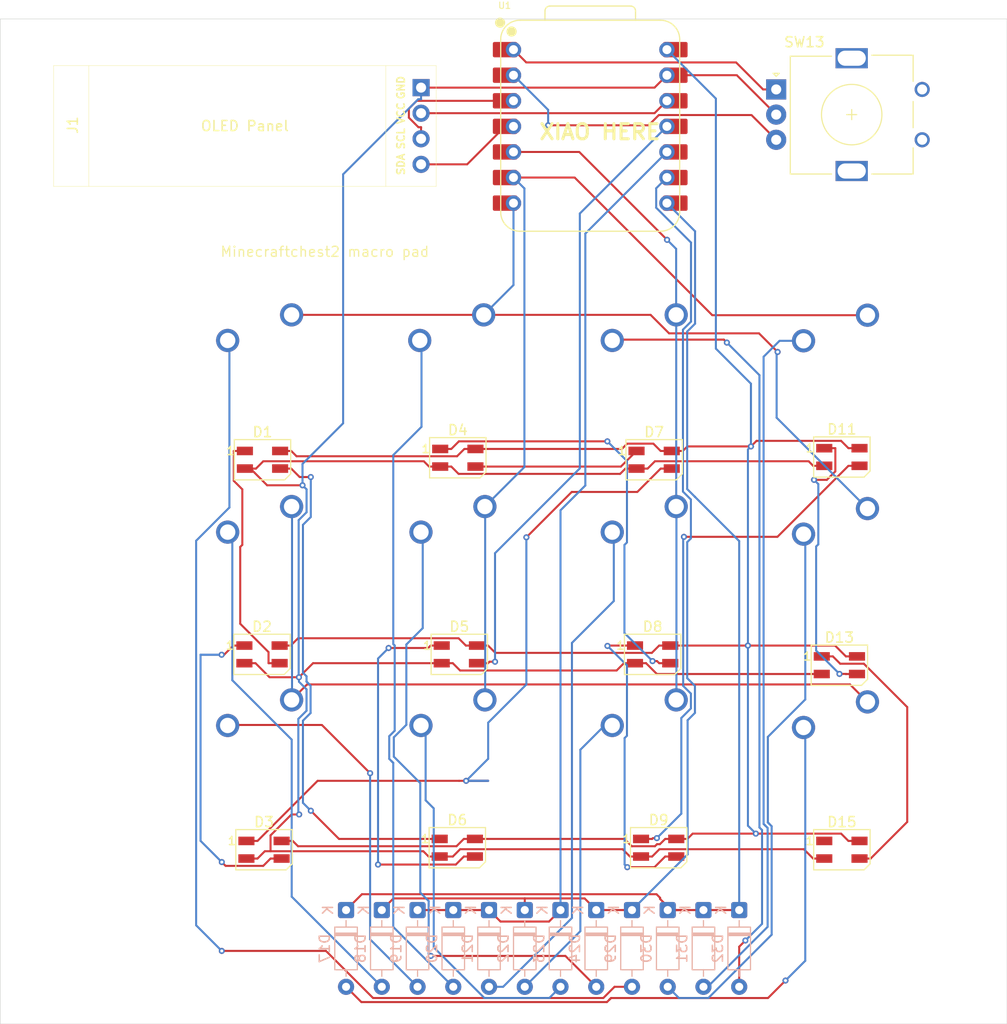
<source format=kicad_pcb>
(kicad_pcb (version 20241229) (generator "pcbnew") (generator_version "9.0")
  (layers (0 "F.Cu" signal) (2 "B.Cu" signal) (13 "F.Paste" user) (15 "B.Paste" user) (5 "F.SilkS" user "F.Silkscreen") (7 "B.SilkS" user "B.Silkscreen") (1 "F.Mask" user) (3 "B.Mask" user) (25 "Edge.Cuts" user))
  (net 0 "")
  (net 1 "GND")
  (net 2 "Net-(D1-DIN)")
  (net 3 "+5V")
  (net 4 "Net-(D1-DOUT)")
  (net 5 "Net-(D2-DOUT)")
  (net 6 "Net-(D3-DOUT)")
  (net 7 "Net-(D4-DIN)")
  (net 8 "Net-(D4-DOUT)")
  (net 9 "Net-(D5-DOUT)")
  (net 10 "LED Data")
  (net 11 "Net-(D8-DOUT)")
  (net 12 "Net-(D11-DIN)")
  (net 14 "Net-(D11-DOUT)")
  (net 15 "+3.3V")
  (net 16 "Net-(D17-A)")
  (net 17 "Row 3")
  (net 18 "Net-(D18-A)")
  (net 19 "Row 2")
  (net 20 "Net-(D19-A)")
  (net 21 "Row 1")
  (net 22 "Net-(D20-A)")
  (net 23 "Net-(D21-A)")
  (net 24 "Net-(D22-A)")
  (net 25 "Net-(D23-A)")
  (net 26 "Net-(D24-A)")
  (net 27 "Net-(D29-A)")
  (net 28 "Net-(D30-A)")
  (net 29 "Net-(D31-A)")
  (net 30 "Net-(D32-A)")
  (net 31 "Col 3")
  (net 32 "Col 4")
  (net 33 "Col 2")
  (net 34 "Col 1")
  (net 35 "OLED SDA")
  (net 36 "OLED SCL")
  (net 37 "RotEncodeB")
  (net 38 "RotEncodeA")
  (net 39 "Net-(D13-DOUT)")
  (footprint "LED_SMD:LED_SK6812MINI_PLCC4_3.5x3.5mm_P1.75mm" (layer "F.Cu") (at 115.4 82.2)
    (property "Reference" "D8")
    (property "Value" "SK6812MINI")
  )
  (footprint "mx-sold:MX-Solderable-1U" (layer "F.Cu") (at 134.2 72.8)
    (property "Reference" "SW11")
    (property "Value" "SW_Push_45deg")
  )
  (footprint "Rotary_Encoder:RotaryEncoder_Alps_EC11E_Vertical_H20mm" (layer "F.Cu") (at 127.675 26.1)
    (property "Reference" "SW13")
    (property "Value" "RotaryEncoder")
  )
  (footprint "LED_SMD:LED_SK6812MINI_PLCC4_3.5x3.5mm_P1.75mm" (layer "F.Cu") (at 96 101.4)
    (property "Reference" "D6")
    (property "Value" "SK6812MINI")
  )
  (footprint "mx-sold:MX-Solderable-1U" (layer "F.Cu") (at 134.2 53.6)
    (property "Reference" "SW10")
    (property "Value" "SW_Push_45deg")
  )
  (footprint "OPL:XIAO-RP2040-DIP" (layer "F.Cu") (at 109.2 29.7685)
    (property "Reference" "U1")
    (property "Value" "XIAO-RP2040-DIP")
  )
  (footprint "LED_SMD:LED_SK6812MINI_PLCC4_3.5x3.5mm_P1.75mm" (layer "F.Cu") (at 96.2 82.2)
    (property "Reference" "D5")
    (property "Value" "SK6812MINI")
  )
  (footprint "mx-sold:MX-Solderable-1U" (layer "F.Cu") (at 134.2 92)
    (property "Reference" "SW12")
    (property "Value" "SW_Push_45deg")
  )
  (footprint "mx-sold:MX-Solderable-1U" (layer "F.Cu") (at 77 53.565)
    (property "Reference" "SW1")
    (property "Value" "SW_Push_45deg")
  )
  (footprint "mx-sold:MX-Solderable-1U" (layer "F.Cu") (at 115.2 72.6)
    (property "Reference" "SW8")
    (property "Value" "SW_Push_45deg")
  )
  (footprint "mx-sold:MX-Solderable-1U" (layer "F.Cu") (at 115.2 53.565)
    (property "Reference" "SW9")
    (property "Value" "SW_Push_45deg")
  )
  (footprint "LED_SMD:LED_SK6812MINI_PLCC4_3.5x3.5mm_P1.75mm" (layer "F.Cu") (at 134.2 62.6)
    (property "Reference" "D11")
    (property "Value" "SK6812MINI")
  )
  (footprint "mx-sold:MX-Solderable-1U" (layer "F.Cu") (at 77 91.8)
    (property "Reference" "SW3")
    (property "Value" "SW_Push_45deg")
  )
  (footprint "mx-sold:MX-Solderable-1U" (layer "F.Cu") (at 96.2 72.6)
    (property "Reference" "SW6")
    (property "Value" "SW_Push_45deg")
  )
  (footprint "mx-sold:MX-Solderable-1U" (layer "F.Cu") (at 115.2 91.8)
    (property "Reference" "SW7")
    (property "Value" "SW_Push_45deg")
  )
  (footprint "mx-sold:MX-Solderable-1U" (layer "F.Cu") (at 96.2 91.8)
    (property "Reference" "SW4")
    (property "Value" "SW_Push_45deg")
  )
  (footprint "mx-sold:MX-Solderable-1U" (layer "F.Cu") (at 96.08 53.565)
    (property "Reference" "SW5")
    (property "Value" "SW_Push_45deg")
  )
  (footprint "LED_SMD:LED_SK6812MINI_PLCC4_3.5x3.5mm_P1.75mm" (layer "F.Cu") (at 115.55 62.875)
    (property "Reference" "D7")
    (property "Value" "SK6812MINI")
  )
  (footprint "LED_SMD:LED_SK6812MINI_PLCC4_3.5x3.5mm_P1.75mm" (layer "F.Cu") (at 76.8 101.6)
    (property "Reference" "D3")
    (property "Value" "SK6812MINI")
  )
  (footprint "LED_SMD:LED_SK6812MINI_PLCC4_3.5x3.5mm_P1.75mm" (layer "F.Cu") (at 96.05 62.675)
    (property "Reference" "D4")
    (property "Value" "SK6812MINI")
  )
  (footprint "mx-sold:MX-Solderable-1U" (layer "F.Cu") (at 77 72.6)
    (property "Reference" "SW2")
    (property "Value" "SW_Push_45deg")
  )
  (footprint "OLED:SSD1306-0.91-OLED-4pin-128x32" (layer "F.Cu") (at 55.9 23.73)
    (property "Reference" "J1")
    (property "Value" "Conn_01x04_Pin")
  )
  (footprint "LED_SMD:LED_SK6812MINI_PLCC4_3.5x3.5mm_P1.75mm" (layer "F.Cu") (at 134.2 101.6)
    (property "Reference" "D15")
    (property "Value" "SK6812MINI")
  )
  (footprint "LED_SMD:LED_SK6812MINI_PLCC4_3.5x3.5mm_P1.75mm" (layer "F.Cu") (at 133.95 83.275)
    (property "Reference" "D13")
    (property "Value" "SK6812MINI")
  )
  (footprint "LED_SMD:LED_SK6812MINI_PLCC4_3.5x3.5mm_P1.75mm" (layer "F.Cu") (at 116 101.4)
    (property "Reference" "D9")
    (property "Value" "SK6812MINI")
  )
  (footprint "LED_SMD:LED_SK6812MINI_PLCC4_3.5x3.5mm_P1.75mm" (layer "F.Cu") (at 76.65 62.875)
    (property "Reference" "D1")
    (property "Value" "SK6812MINI")
  )
  (footprint "LED_SMD:LED_SK6812MINI_PLCC4_3.5x3.5mm_P1.75mm" (layer "F.Cu") (at 76.6 82.2)
    (property "Reference" "D2")
    (property "Value" "SK6812MINI")
  )
  (footprint "Diode_THT:D_DO-35_SOD27_P7.62mm_Horizontal" (layer "B.Cu") (at 109.8 107.59 -90)
    (property "Reference" "D24")
    (property "Value" "1N4148")
  )
  (footprint "Diode_THT:D_DO-35_SOD27_P7.62mm_Horizontal" (layer "B.Cu") (at 124 107.59 -90)
    (property "Reference" "D32")
    (property "Value" "1N4148")
  )
  (footprint "Diode_THT:D_DO-35_SOD27_P7.62mm_Horizontal" (layer "B.Cu") (at 84.95 107.59 -90)
    (property "Reference" "D17")
    (property "Value" "1N4148")
  )
  (footprint "Diode_THT:D_DO-35_SOD27_P7.62mm_Horizontal" (layer "B.Cu") (at 92.05 107.59 -90)
    (property "Reference" "D19")
    (property "Value" "1N4148")
  )
  (footprint "Diode_THT:D_DO-35_SOD27_P7.62mm_Horizontal" (layer "B.Cu") (at 106.25 107.59 -90)
    (property "Reference" "D23")
    (property "Value" "1N4148")
  )
  (footprint "Diode_THT:D_DO-35_SOD27_P7.62mm_Horizontal" (layer "B.Cu") (at 113.35 107.59 -90)
    (property "Reference" "D29")
    (property "Value" "1N4148")
  )
  (footprint "Diode_THT:D_DO-35_SOD27_P7.62mm_Horizontal" (layer "B.Cu") (at 102.7 107.59 -90)
    (property "Reference" "D22")
    (property "Value" "1N4148")
  )
  (footprint "Diode_THT:D_DO-35_SOD27_P7.62mm_Horizontal" (layer "B.Cu") (at 116.9 107.59 -90)
    (property "Reference" "D30")
    (property "Value" "1N4148")
  )
  (footprint "Diode_THT:D_DO-35_SOD27_P7.62mm_Horizontal" (layer "B.Cu") (at 95.6 107.59 -90)
    (property "Reference" "D20")
    (property "Value" "1N4148")
  )
  (footprint "Diode_THT:D_DO-35_SOD27_P7.62mm_Horizontal" (layer "B.Cu") (at 88.5 107.59 -90)
    (property "Reference" "D18")
    (property "Value" "1N4148")
  )
  (footprint "Diode_THT:D_DO-35_SOD27_P7.62mm_Horizontal" (layer "B.Cu") (at 99.15 107.59 -90)
    (property "Reference" "D21")
    (property "Value" "1N4148")
  )
  (footprint "Diode_THT:D_DO-35_SOD27_P7.62mm_Horizontal" (layer "B.Cu") (at 120.45 107.59 -90)
    (property "Reference" "D31")
    (property "Value" "1N4148")
  )
  (gr_rect (start 50.6 19.1) (end 150.6 118.9) (stroke (width 0.05)) (fill no) (layer "Edge.Cuts"))
  (gr_text "XIAO HERE" (at 104 31.2 0) (layer "F.SilkS") (effects (font (size 1.5 1.5) (thickness 0.3) (bold yes)) (justify left bottom)))
  (gr_text "Minecraftchest2 macro pad" (at 72.4 42.8 0) (layer "F.SilkS") (effects (font (size 1 1) (thickness 0.125)) (justify left bottom)))
  (segment (start 130.4216 101.5483) (end 131.3483 102.475) (width 0.2) (layer "F.Cu") (net 1))
  (segment (start 115.8219 84.15) (end 132.2 84.15) (width 0.2) (layer "F.Cu") (net 1))
  (segment (start 113.8 63.75) (end 112.6983 63.75) (width 0.2) (layer "F.Cu") (net 1))
  (segment (start 114.7517 83.075) (end 114.7517 83.0798) (width 0.2) (layer "F.Cu") (net 1))
  (segment (start 112.1715 64.2768) (end 112.6983 63.75) (width 0.2) (layer "F.Cu") (net 1))
  (segment (start 93.97 63.55) (end 93.1983 63.55) (width 0.2) (layer "F.Cu") (net 1))
  (segment (start 79.5263 98.097) (end 80.2903 98.097) (width 0.2) (layer "F.Cu") (net 1))
  (segment (start 77.4483 100.175) (end 79.5263 98.097) (width 0.2) (layer "F.Cu") (net 1))
  (segment (start 132.45 63.475) (end 131.3483 63.475) (width 0.2) (layer "F.Cu") (net 1))
  (segment (start 80.2687 84.4743) (end 81.668 83.075) (width 0.2) (layer "F.Cu") (net 1))
  (segment (start 80.2903 98.097) (end 80.1756 98.097) (width 0.2) (layer "F.Cu") (net 1))
  (segment (start 80.2687 84.4743) (end 77.351 84.4743) (width 0.2) (layer "F.Cu") (net 1))
  (segment (start 116.82 24.6885) (end 115.5885 25.92) (width 0.2) (layer "F.Cu") (net 1))
  (segment (start 96.2784 83.8017) (end 95.5517 83.075) (width 0.2) (layer "F.Cu") (net 1))
  (segment (start 94.3 63.55) (end 95.4017 63.55) (width 0.2) (layer "F.Cu") (net 1))
  (segment (start 77.4483 101.7483) (end 76.8784 101.7483) (width 0.2) (layer "F.Cu") (net 1))
  (segment (start 114.7517 83.0798) (end 115.8219 84.15) (width 0.2) (layer "F.Cu") (net 1))
  (segment (start 111.8216 83.8017) (end 96.2784 83.8017) (width 0.2) (layer "F.Cu") (net 1))
  (segment (start 114.25 102.275) (end 115.3517 102.275) (width 0.2) (layer "F.Cu") (net 1))
  (segment (start 96.1285 64.2768) (end 112.1715 64.2768) (width 0.2) (layer "F.Cu") (net 1))
  (segment (start 112.4216 101.5483) (end 113.1483 102.275) (width 0.2) (layer "F.Cu") (net 1))
  (segment (start 115.6284 63.0233) (end 130.8966 63.0233) (width 0.2) (layer "F.Cu") (net 1))
  (segment (start 130.8966 63.0233) (end 131.3483 63.475) (width 0.2) (layer "F.Cu") (net 1))
  (segment (start 113.65 83.075) (end 112.5483 83.075) (width 0.2) (layer "F.Cu") (net 1))
  (segment (start 92.6716 63.0233) (end 76.7284 63.0233) (width 0.2) (layer "F.Cu") (net 1))
  (segment (start 132.45 102.475) (end 131.3483 102.475) (width 0.2) (layer "F.Cu") (net 1))
  (segment (start 95.5528 102.275) (end 96.2795 101.5483) (width 0.2) (layer "F.Cu") (net 1))
  (segment (start 77.1096 65.4087) (end 80.6237 65.4087) (width 0.2) (layer "F.Cu") (net 1))
  (segment (start 112.5483 83.075) (end 111.8216 83.8017) (width 0.2) (layer "F.Cu") (net 1))
  (segment (start 115.5885 25.92) (end 92.4 25.92) (width 0.2) (layer "F.Cu") (net 1))
  (segment (start 123.7635 24.6885) (end 127.675 28.6) (width 0.2) (layer "F.Cu") (net 1))
  (segment (start 77.4483 101.7483) (end 77.4483 100.175) (width 0.2) (layer "F.Cu") (net 1))
  (segment (start 96.2795 101.5483) (end 112.4216 101.5483) (width 0.2) (layer "F.Cu") (net 1))
  (segment (start 76.7284 63.0233) (end 76.0017 63.75) (width 0.2) (layer "F.Cu") (net 1))
  (segment (start 92.6216 101.7483) (end 77.4483 101.7483) (width 0.2) (layer "F.Cu") (net 1))
  (segment (start 114.2009 83.075) (end 114.7517 83.075) (width 0.2) (layer "F.Cu") (net 1))
  (segment (start 76.8784 101.7483) (end 76.1517 102.475) (width 0.2) (layer "F.Cu") (net 1))
  (segment (start 80.1756 98.097) (end 80.2903 98.097) (width 0.2) (layer "F.Cu") (net 1))
  (segment (start 75.4509 63.75) (end 77.1096 65.4087) (width 0.2) (layer "F.Cu") (net 1))
  (segment (start 74.9 63.75) (end 75.4509 63.75) (width 0.2) (layer "F.Cu") (net 1))
  (segment (start 75.05 102.475) (end 76.1517 102.475) (width 0.2) (layer "F.Cu") (net 1))
  (segment (start 114.2009 83.075) (end 113.65 83.075) (width 0.2) (layer "F.Cu") (net 1))
  (segment (start 93.97 63.55) (end 94.3 63.55) (width 0.2) (layer "F.Cu") (net 1))
  (segment (start 93.6992 102.275) (end 93.1483 102.275) (width 0.2) (layer "F.Cu") (net 1))
  (segment (start 93.1483 102.275) (end 92.6216 101.7483) (width 0.2) (layer "F.Cu") (net 1))
  (segment (start 93.1983 63.55) (end 92.6716 63.0233) (width 0.2) (layer "F.Cu") (net 1))
  (segment (start 117.655 24.6885) (end 116.82 24.6885) (width 0.2) (layer "F.Cu") (net 1))
  (segment (start 115.3517 102.275) (end 116.0784 101.5483) (width 0.2) (layer "F.Cu") (net 1))
  (segment (start 116.0784 101.5483) (end 130.4216 101.5483) (width 0.2) (layer "F.Cu") (net 1))
  (segment (start 117.655 24.6885) (end 123.7635 24.6885) (width 0.2) (layer "F.Cu") (net 1))
  (segment (start 75.4509 63.75) (end 76.0017 63.75) (width 0.2) (layer "F.Cu") (net 1))
  (segment (start 95.4017 63.55) (end 96.1285 64.2768) (width 0.2) (layer "F.Cu") (net 1))
  (segment (start 114.9017 63.75) (end 115.6284 63.0233) (width 0.2) (layer "F.Cu") (net 1))
  (segment (start 77.351 84.4743) (end 75.9517 83.075) (width 0.2) (layer "F.Cu") (net 1))
  (segment (start 94.45 83.075) (end 95.5517 83.075) (width 0.2) (layer "F.Cu") (net 1))
  (segment (start 114.25 102.275) (end 113.1483 102.275) (width 0.2) (layer "F.Cu") (net 1))
  (segment (start 94.25 102.275) (end 95.5528 102.275) (width 0.2) (layer "F.Cu") (net 1))
  (segment (start 93.6992 102.275) (end 94.25 102.275) (width 0.2) (layer "F.Cu") (net 1))
  (segment (start 81.668 83.075) (end 94.45 83.075) (width 0.2) (layer "F.Cu") (net 1))
  (segment (start 74.85 83.075) (end 75.9517 83.075) (width 0.2) (layer "F.Cu") (net 1))
  (segment (start 113.8 63.75) (end 114.9017 63.75) (width 0.2) (layer "F.Cu") (net 1))
  (via (at 80.2903 98.097) (size 0.6) (drill 0.3) (layers "F.Cu" "B.Cu") (net 1))
  (via (at 80.2687 84.4743) (size 0.6) (drill 0.3) (layers "F.Cu" "B.Cu") (net 1))
  (via (at 80.6237 65.4087) (size 0.6) (drill 0.3) (layers "F.Cu" "B.Cu") (net 1))
  (segment (start 80.1756 98.097) (end 80.2903 98.097) (width 0.2) (layer "B.Cu") (net 1))
  (segment (start 80.6237 65.4087) (end 81.0258 65.8108) (width 0.2) (layer "B.Cu") (net 1))
  (segment (start 92.1121 27.0717) (end 84.6589 34.5249) (width 0.2) (layer "B.Cu") (net 1))
  (segment (start 81.0258 65.8108) (end 81.0258 68.0873) (width 0.2) (layer "B.Cu") (net 1))
  (segment (start 80.6237 63.2849) (end 80.6237 65.4087) (width 0.2) (layer "B.Cu") (net 1))
  (segment (start 80.2403 84.4459) (end 80.2687 84.4743) (width 0.2) (layer "B.Cu") (net 1))
  (segment (start 80.2403 68.8728) (end 80.2403 84.4459) (width 0.2) (layer "B.Cu") (net 1))
  (segment (start 84.6589 34.5249) (end 84.6589 59.2497) (width 0.2) (layer "B.Cu") (net 1))
  (segment (start 80.2092 88.6073) (end 81.0232 87.7933) (width 0.2) (layer "B.Cu") (net 1))
  (segment (start 80.2903 98.097) (end 80.1756 98.097) (width 0.2) (layer "B.Cu") (net 1))
  (segment (start 81.0232 87.7933) (end 81.0232 85.67) (width 0.2) (layer "B.Cu") (net 1))
  (segment (start 92.4 27.0717) (end 92.1121 27.0717) (width 0.2) (layer "B.Cu") (net 1))
  (segment (start 92.4 25.92) (end 92.4 27.0717) (width 0.2) (layer "B.Cu") (net 1))
  (segment (start 81.0232 85.67) (end 80.2687 84.9155) (width 0.2) (layer "B.Cu") (net 1))
  (segment (start 80.2687 84.9155) (end 80.2687 84.4743) (width 0.2) (layer "B.Cu") (net 1))
  (segment (start 81.0258 68.0873) (end 80.2403 68.8728) (width 0.2) (layer "B.Cu") (net 1))
  (segment (start 84.6589 59.2497) (end 80.6237 63.2849) (width 0.2) (layer "B.Cu") (net 1))
  (segment (start 80.2092 98.0159) (end 80.2092 88.6073) (width 0.2) (layer "B.Cu") (net 1))
  (segment (start 80.2903 98.097) (end 80.2092 98.0159) (width 0.2) (layer "B.Cu") (net 1))
  (segment (start 81.4446 64.5908) (end 80.3738 64.5908) (width 0.2) (layer "F.Cu") (net 2))
  (segment (start 84.2463 100.525) (end 81.4476 97.7263) (width 0.2) (layer "F.Cu") (net 2))
  (segment (start 80.341 64.5893) (end 79.5017 63.75) (width 0.2) (layer "F.Cu") (net 2))
  (segment (start 80.3723 64.5893) (end 80.341 64.5893) (width 0.2) (layer "F.Cu") (net 2))
  (segment (start 94.25 100.525) (end 84.2463 100.525) (width 0.2) (layer "F.Cu") (net 2))
  (segment (start 80.3738 64.5908) (end 80.3723 64.5893) (width 0.2) (layer "F.Cu") (net 2))
  (segment (start 78.4 63.75) (end 79.5017 63.75) (width 0.2) (layer "F.Cu") (net 2))
  (via (at 81.4476 97.7263) (size 0.6) (drill 0.3) (layers "F.Cu" "B.Cu") (net 2))
  (via (at 81.4446 64.5908) (size 0.6) (drill 0.3) (layers "F.Cu" "B.Cu") (net 2))
  (segment (start 80.6657 96.9444) (end 80.6657 88.7857) (width 0.2) (layer "B.Cu") (net 2))
  (segment (start 81.0232 84.9018) (end 81.0232 84.3779) (width 0.2) (layer "B.Cu") (net 2))
  (segment (start 81.1895 85.0681) (end 81.0232 84.9018) (width 0.2) (layer "B.Cu") (net 2))
  (segment (start 81.4249 88.0265) (end 81.4249 85.3035) (width 0.2) (layer "B.Cu") (net 2))
  (segment (start 80.6657 88.7857) (end 81.4249 88.0265) (width 0.2) (layer "B.Cu") (net 2))
  (segment (start 81.4249 85.3035) (end 81.1895 85.0681) (width 0.2) (layer "B.Cu") (net 2))
  (segment (start 81.4476 97.7263) (end 80.6657 96.9444) (width 0.2) (layer "B.Cu") (net 2))
  (segment (start 81.4446 68.56) (end 81.4446 64.5908) (width 0.2) (layer "B.Cu") (net 2))
  (segment (start 81.1895 85.0681) (end 81.0232 84.9018) (width 0.2) (layer "B.Cu") (net 2))
  (segment (start 80.6664 84.0211) (end 80.6664 69.3382) (width 0.2) (layer "B.Cu") (net 2))
  (segment (start 80.6664 69.3382) (end 81.4446 68.56) (width 0.2) (layer "B.Cu") (net 2))
  (segment (start 81.0232 84.3779) (end 80.6664 84.0211) (width 0.2) (layer "B.Cu") (net 2))
  (segment (start 135.95 100.725) (end 134.8483 100.725) (width 0.2) (layer "F.Cu") (net 3))
  (segment (start 134.1216 60.9983) (end 125.7171 60.9983) (width 0.2) (layer "F.Cu") (net 3))
  (segment (start 134.1216 99.9983) (end 125.6511 99.9983) (width 0.2) (layer "F.Cu") (net 3))
  (segment (start 115.3216 82.0517) (end 116.0483 81.325) (width 0.2) (layer "F.Cu") (net 3))
  (segment (start 117.15 81.325) (end 116.0483 81.325) (width 0.2) (layer "F.Cu") (net 3))
  (segment (start 79.6517 100.725) (end 80.1784 101.2517) (width 0.2) (layer "F.Cu") (net 3))
  (segment (start 116.1246 101.0487) (end 116.6483 100.525) (width 0.2) (layer "F.Cu") (net 3))
  (segment (start 78.55 100.725) (end 79.6517 100.725) (width 0.2) (layer "F.Cu") (net 3))
  (segment (start 95.9216 101.2517) (end 96.6483 100.525) (width 0.2) (layer "F.Cu") (net 3))
  (segment (start 80.1784 80.5983) (end 79.4517 81.325) (width 0.2) (layer "F.Cu") (net 3))
  (segment (start 79.5017 62) (end 80.0284 62.5267) (width 0.2) (layer "F.Cu") (net 3))
  (segment (start 99.7784 82.0517) (end 115.3216 82.0517) (width 0.2) (layer "F.Cu") (net 3))
  (segment (start 117.3 62) (end 116.1983 62) (width 0.2) (layer "F.Cu") (net 3))
  (segment (start 99.0517 81.325) (end 99.7784 82.0517) (width 0.2) (layer "F.Cu") (net 3))
  (segment (start 133.5233 81.325) (end 124.8643 81.325) (width 0.2) (layer "F.Cu") (net 3))
  (segment (start 97.8 61.8) (end 96.6983 61.8) (width 0.2) (layer "F.Cu") (net 3))
  (segment (start 117.75 100.525) (end 116.6483 100.525) (width 0.2) (layer "F.Cu") (net 3))
  (segment (start 97.95 81.325) (end 96.8483 81.325) (width 0.2) (layer "F.Cu") (net 3))
  (segment (start 115.8349 101.0487) (end 116.1246 101.0487) (width 0.2) (layer "F.Cu") (net 3))
  (segment (start 117.8509 62) (end 117.3 62) (width 0.2) (layer "F.Cu") (net 3))
  (segment (start 97.1992 100.525) (end 97.75 100.525) (width 0.2) (layer "F.Cu") (net 3))
  (segment (start 112.5983 100.525) (end 113.325 101.2517) (width 0.2) (layer "F.Cu") (net 3))
  (segment (start 124.8643 81.325) (end 117.15 81.325) (width 0.2) (layer "F.Cu") (net 3))
  (segment (start 80.1784 101.2517) (end 95.9216 101.2517) (width 0.2) (layer "F.Cu") (net 3))
  (segment (start 118.3009 100.525) (end 118.8517 100.525) (width 0.2) (layer "F.Cu") (net 3))
  (segment (start 119.3784 99.9983) (end 118.8517 100.525) (width 0.2) (layer "F.Cu") (net 3))
  (segment (start 135.95 61.725) (end 134.8483 61.725) (width 0.2) (layer "F.Cu") (net 3))
  (segment (start 118.8521 61.5496) (end 118.4017 62) (width 0.2) (layer "F.Cu") (net 3))
  (segment (start 96.8483 81.325) (end 96.1216 80.5983) (width 0.2) (layer "F.Cu") (net 3))
  (segment (start 80.0284 62.5267) (end 95.9716 62.5267) (width 0.2) (layer "F.Cu") (net 3))
  (segment (start 125.1658 61.5496) (end 118.8521 61.5496) (width 0.2) (layer "F.Cu") (net 3))
  (segment (start 97.95 81.325) (end 99.0517 81.325) (width 0.2) (layer "F.Cu") (net 3))
  (segment (start 117.8509 62) (end 118.4017 62) (width 0.2) (layer "F.Cu") (net 3))
  (segment (start 134.8483 100.725) (end 134.1216 99.9983) (width 0.2) (layer "F.Cu") (net 3))
  (segment (start 97.1992 100.525) (end 96.6483 100.525) (width 0.2) (layer "F.Cu") (net 3))
  (segment (start 125.6511 99.9983) (end 119.3784 99.9983) (width 0.2) (layer "F.Cu") (net 3))
  (segment (start 112.874 61.2732) (end 112.3472 61.8) (width 0.2) (layer "F.Cu") (net 3))
  (segment (start 113.325 101.2517) (end 115.6319 101.2517) (width 0.2) (layer "F.Cu") (net 3))
  (segment (start 125.7171 60.9983) (end 125.1658 61.5496) (width 0.2) (layer "F.Cu") (net 3))
  (segment (start 115.6319 101.2517) (end 115.8349 101.0487) (width 0.2) (layer "F.Cu") (net 3))
  (segment (start 118.3009 100.525) (end 117.75 100.525) (width 0.2) (layer "F.Cu") (net 3))
  (segment (start 134.5983 82.4) (end 133.5233 81.325) (width 0.2) (layer "F.Cu") (net 3))
  (segment (start 116.1983 62) (end 115.4715 61.2732) (width 0.2) (layer "F.Cu") (net 3))
  (segment (start 95.9716 62.5267) (end 96.6983 61.8) (width 0.2) (layer "F.Cu") (net 3))
  (segment (start 115.4715 61.2732) (end 112.874 61.2732) (width 0.2) (layer "F.Cu") (net 3))
  (segment (start 112.3472 61.8) (end 97.8 61.8) (width 0.2) (layer "F.Cu") (net 3))
  (segment (start 97.75 100.525) (end 112.5983 100.525) (width 0.2) (layer "F.Cu") (net 3))
  (segment (start 96.1216 80.5983) (end 80.1784 80.5983) (width 0.2) (layer "F.Cu") (net 3))
  (segment (start 116.82 22.1485) (end 117.655 22.1485) (width 0.2) (layer "F.Cu") (net 3))
  (segment (start 134.8483 61.725) (end 134.1216 60.9983) (width 0.2) (layer "F.Cu") (net 3))
  (segment (start 78.35 81.325) (end 79.4517 81.325) (width 0.2) (layer "F.Cu") (net 3))
  (segment (start 135.7 82.4) (end 134.5983 82.4) (width 0.2) (layer "F.Cu") (net 3))
  (segment (start 78.4 62) (end 79.5017 62) (width 0.2) (layer "F.Cu") (net 3))
  (via (at 125.6511 99.9983) (size 0.6) (drill 0.3) (layers "F.Cu" "B.Cu") (net 3))
  (via (at 124.8643 81.325) (size 0.6) (drill 0.3) (layers "F.Cu" "B.Cu") (net 3))
  (via (at 125.1658 61.5496) (size 0.6) (drill 0.3) (layers "F.Cu" "B.Cu") (net 3))
  (segment (start 124.8643 81.325) (end 124.8643 61.8511) (width 0.2) (layer "B.Cu") (net 3))
  (segment (start 125.1658 55.3215) (end 125.1658 61.5496) (width 0.2) (layer "B.Cu") (net 3))
  (segment (start 124.8643 99.2115) (end 124.8643 81.325) (width 0.2) (layer "B.Cu") (net 3))
  (segment (start 116.82 22.1485) (end 121.6811 27.0096) (width 0.2) (layer "B.Cu") (net 3))
  (segment (start 124.8643 61.8511) (end 125.1658 61.5496) (width 0.2) (layer "B.Cu") (net 3))
  (segment (start 125.6511 99.9983) (end 124.8643 99.2115) (width 0.2) (layer "B.Cu") (net 3))
  (segment (start 121.6811 27.0096) (end 121.6811 51.8368) (width 0.2) (layer "B.Cu") (net 3))
  (segment (start 121.6811 51.8368) (end 125.1658 55.3215) (width 0.2) (layer "B.Cu") (net 3))
  (segment (start 73.7983 62) (end 73.7983 64.967) (width 0.2) (layer "F.Cu") (net 4))
  (segment (start 77.2483 81.9733) (end 77.2483 83.075) (width 0.2) (layer "F.Cu") (net 4))
  (segment (start 74.4369 71.5292) (end 74.4369 79.1619) (width 0.2) (layer "F.Cu") (net 4))
  (segment (start 74.4369 79.1619) (end 77.2483 81.9733) (width 0.2) (layer "F.Cu") (net 4))
  (segment (start 73.7983 64.967) (end 74.6456 65.8143) (width 0.2) (layer "F.Cu") (net 4))
  (segment (start 74.6456 71.3205) (end 74.4369 71.5292) (width 0.2) (layer "F.Cu") (net 4))
  (segment (start 74.6456 65.8143) (end 74.6456 71.3205) (width 0.2) (layer "F.Cu") (net 4))
  (segment (start 74.9 62) (end 73.7983 62) (width 0.2) (layer "F.Cu") (net 4))
  (segment (start 78.35 83.075) (end 77.2483 83.075) (width 0.2) (layer "F.Cu") (net 4))
  (segment (start 72.8383 82.235) (end 73.7483 81.325) (width 0.2) (layer "F.Cu") (net 5))
  (segment (start 72.5899 82.235) (end 72.8383 82.235) (width 0.2) (layer "F.Cu") (net 5))
  (segment (start 77.4483 102.475) (end 76.7216 103.2017) (width 0.2) (layer "F.Cu") (net 5))
  (segment (start 74.85 81.325) (end 73.7483 81.325) (width 0.2) (layer "F.Cu") (net 5))
  (segment (start 76.7216 103.2017) (end 72.9816 103.2017) (width 0.2) (layer "F.Cu") (net 5))
  (segment (start 78.55 102.475) (end 77.4483 102.475) (width 0.2) (layer "F.Cu") (net 5))
  (segment (start 72.9816 103.2017) (end 72.6033 102.8234) (width 0.2) (layer "F.Cu") (net 5))
  (via (at 72.6033 102.8234) (size 0.6) (drill 0.3) (layers "F.Cu" "B.Cu") (net 5))
  (via (at 72.5899 82.235) (size 0.6) (drill 0.3) (layers "F.Cu" "B.Cu") (net 5))
  (segment (start 72.6033 102.8234) (end 70.4956 100.7157) (width 0.2) (layer "B.Cu") (net 5))
  (segment (start 70.4956 100.7157) (end 70.4956 82.235) (width 0.2) (layer "B.Cu") (net 5))
  (segment (start 72.5899 82.235) (end 70.4956 82.235) (width 0.2) (layer "B.Cu") (net 5))
  (segment (start 70.4956 82.235) (end 72.5899 82.235) (width 0.2) (layer "B.Cu") (net 5))
  (segment (start 96.1801 94.7571) (end 96.8758 94.7571) (width 0.2) (layer "F.Cu") (net 6))
  (segment (start 96.1801 94.7571) (end 82.1196 94.7571) (width 0.2) (layer "F.Cu") (net 6))
  (segment (start 99.0668 94.7571) (end 96.8758 94.7571) (width 0.2) (layer "F.Cu") (net 6))
  (segment (start 113.8785 66.0698) (end 116.1983 63.75) (width 0.2) (layer "F.Cu") (net 6))
  (segment (start 117.3 63.75) (end 116.1983 63.75) (width 0.2) (layer "F.Cu") (net 6))
  (segment (start 82.1196 94.7571) (end 76.1517 100.725) (width 0.2) (layer "F.Cu") (net 6))
  (segment (start 96.8758 94.7571) (end 99.0668 94.7571) (width 0.2) (layer "F.Cu") (net 6))
  (segment (start 107.3678 66.0698) (end 113.8785 66.0698) (width 0.2) (layer "F.Cu") (net 6))
  (segment (start 75.05 100.725) (end 76.1517 100.725) (width 0.2) (layer "F.Cu") (net 6))
  (segment (start 102.8599 70.5777) (end 107.3678 66.0698) (width 0.2) (layer "F.Cu") (net 6))
  (via (at 96.8758 94.7571) (size 0.6) (drill 0.3) (layers "F.Cu" "B.Cu") (net 6))
  (via (at 102.8599 70.5777) (size 0.6) (drill 0.3) (layers "F.Cu" "B.Cu") (net 6))
  (segment (start 96.8758 94.7571) (end 99.0668 94.7571) (width 0.2) (layer "B.Cu") (net 6))
  (segment (start 102.8599 70.5777) (end 102.8599 85.1892) (width 0.2) (layer "B.Cu") (net 6))
  (segment (start 99.0668 92.5661) (end 96.8758 94.7571) (width 0.2) (layer "B.Cu") (net 6))
  (segment (start 102.8599 85.1892) (end 99.0668 88.9823) (width 0.2) (layer "B.Cu") (net 6))
  (segment (start 99.0668 94.7571) (end 96.8758 94.7571) (width 0.2) (layer "B.Cu") (net 6))
  (segment (start 99.0668 88.9823) (end 99.0668 92.5661) (width 0.2) (layer "B.Cu") (net 6))
  (segment (start 112.25 63.55) (end 113.8 62) (width 0.2) (layer "F.Cu") (net 7))
  (segment (start 98.9017 63.55) (end 112.25 63.55) (width 0.2) (layer "F.Cu") (net 7))
  (segment (start 97.8 63.55) (end 98.9017 63.55) (width 0.2) (layer "F.Cu") (net 7))
  (segment (start 117.15 83.075) (end 116.0483 83.075) (width 0.2) (layer "F.Cu") (net 8))
  (segment (start 115.3896 82.8669) (end 115.8402 82.8669) (width 0.2) (layer "F.Cu") (net 8))
  (segment (start 115.8402 82.8669) (end 116.0483 83.075) (width 0.2) (layer "F.Cu") (net 8))
  (segment (start 96.1544 61.0473) (end 95.4017 61.8) (width 0.2) (layer "F.Cu") (net 8))
  (segment (start 94.3 61.8) (end 95.4017 61.8) (width 0.2) (layer "F.Cu") (net 8))
  (segment (start 110.9062 61.0473) (end 96.1544 61.0473) (width 0.2) (layer "F.Cu") (net 8))
  (via (at 110.9062 61.0473) (size 0.6) (drill 0.3) (layers "F.Cu" "B.Cu") (net 8))
  (via (at 115.3896 82.8669) (size 0.6) (drill 0.3) (layers "F.Cu" "B.Cu") (net 8))
  (segment (start 110.9062 61.0473) (end 112.8503 62.9914) (width 0.2) (layer "B.Cu") (net 8))
  (segment (start 112.6005 80.0778) (end 115.3896 82.8669) (width 0.2) (layer "B.Cu") (net 8))
  (segment (start 112.6005 71.3316) (end 112.6005 80.0778) (width 0.2) (layer "B.Cu") (net 8))
  (segment (start 112.8503 71.0818) (end 112.6005 71.3316) (width 0.2) (layer "B.Cu") (net 8))
  (segment (start 112.8503 62.9914) (end 112.8503 71.0818) (width 0.2) (layer "B.Cu") (net 8))
  (segment (start 97.75 102.275) (end 96.6483 102.275) (width 0.2) (layer "F.Cu") (net 9))
  (segment (start 93.1078 81.5655) (end 93.3483 81.325) (width 0.2) (layer "F.Cu") (net 9))
  (segment (start 89.1766 81.5655) (end 93.1078 81.5655) (width 0.2) (layer "F.Cu") (net 9))
  (segment (start 95.8522 103.0711) (end 88.1256 103.0711) (width 0.2) (layer "F.Cu") (net 9))
  (segment (start 96.6483 102.275) (end 95.8522 103.0711) (width 0.2) (layer "F.Cu") (net 9))
  (segment (start 94.45 81.325) (end 93.3483 81.325) (width 0.2) (layer "F.Cu") (net 9))
  (via (at 89.1766 81.5655) (size 0.6) (drill 0.3) (layers "F.Cu" "B.Cu") (net 9))
  (via (at 88.1256 103.0711) (size 0.6) (drill 0.3) (layers "F.Cu" "B.Cu") (net 9))
  (segment (start 88.1256 82.6165) (end 89.1766 81.5655) (width 0.2) (layer "B.Cu") (net 9))
  (segment (start 88.1256 103.0711) (end 88.1256 82.6165) (width 0.2) (layer "B.Cu") (net 9))
  (segment (start 117.655 29.7685) (end 116.82 29.7685) (width 0.2) (layer "F.Cu") (net 10))
  (segment (start 99.747 82.9286) (end 99.1981 82.9286) (width 0.2) (layer "F.Cu") (net 10))
  (segment (start 97.95 83.075) (end 99.0517 83.075) (width 0.2) (layer "F.Cu") (net 10))
  (segment (start 99.1981 82.9286) (end 99.0517 83.075) (width 0.2) (layer "F.Cu") (net 10))
  (via (at 99.747 82.9286) (size 0.6) (drill 0.3) (layers "F.Cu" "B.Cu") (net 10))
  (segment (start 108.1689 63.7275) (end 99.747 72.1494) (width 0.2) (layer "B.Cu") (net 10))
  (segment (start 116.82 29.7685) (end 108.1689 38.4196) (width 0.2) (layer "B.Cu") (net 10))
  (segment (start 108.1689 38.4196) (end 108.1689 63.7275) (width 0.2) (layer "B.Cu") (net 10))
  (segment (start 99.747 72.1494) (end 99.747 82.9286) (width 0.2) (layer "B.Cu") (net 10))
  (segment (start 116.6483 102.275) (end 115.5888 103.3345) (width 0.2) (layer "F.Cu") (net 11))
  (segment (start 110.9156 81.358) (end 110.9156 81.325) (width 0.2) (layer "F.Cu") (net 11))
  (segment (start 110.9486 81.325) (end 110.9156 81.358) (width 0.2) (layer "F.Cu") (net 11))
  (segment (start 110.9156 81.325) (end 110.9156 81.358) (width 0.2) (layer "F.Cu") (net 11))
  (segment (start 113.65 81.325) (end 110.9486 81.325) (width 0.2) (layer "F.Cu") (net 11))
  (segment (start 117.75 102.275) (end 116.6483 102.275) (width 0.2) (layer "F.Cu") (net 11))
  (segment (start 115.5888 103.3345) (end 112.885 103.3345) (width 0.2) (layer "F.Cu") (net 11))
  (via (at 110.9156 81.358) (size 0.6) (drill 0.3) (layers "F.Cu" "B.Cu") (net 11))
  (via (at 112.885 103.3345) (size 0.6) (drill 0.3) (layers "F.Cu" "B.Cu") (net 11))
  (segment (start 110.9156 81.358) (end 110.9156 81.325) (width 0.2) (layer "B.Cu") (net 11))
  (segment (start 112.8503 90.2818) (end 112.8503 83.2927) (width 0.2) (layer "B.Cu") (net 11))
  (segment (start 112.8503 83.2927) (end 110.9156 81.358) (width 0.2) (layer "B.Cu") (net 11))
  (segment (start 110.9156 81.325) (end 110.9156 81.358) (width 0.2) (layer "B.Cu") (net 11))
  (segment (start 112.885 103.3345) (end 112.6167 103.0662) (width 0.2) (layer "B.Cu") (net 11))
  (segment (start 112.6167 90.5154) (end 112.8503 90.2818) (width 0.2) (layer "B.Cu") (net 11))
  (segment (start 112.6167 103.0662) (end 112.6167 90.5154) (width 0.2) (layer "B.Cu") (net 11))
  (segment (start 135.95 63.475) (end 134.8483 63.475) (width 0.2) (layer "F.Cu") (net 12))
  (segment (start 134.8483 63.475) (end 127.7964 70.5269) (width 0.2) (layer "F.Cu") (net 12))
  (segment (start 118.4358 70.5269) (end 118.5097 70.5269) (width 0.2) (layer "F.Cu") (net 12))
  (segment (start 127.7964 70.5269) (end 118.4358 70.5269) (width 0.2) (layer "F.Cu") (net 12))
  (segment (start 115.4297 100.447) (end 115.3517 100.525) (width 0.2) (layer "F.Cu") (net 12))
  (segment (start 115.8194 100.447) (end 115.4297 100.447) (width 0.2) (layer "F.Cu") (net 12))
  (segment (start 114.25 100.525) (end 115.3517 100.525) (width 0.2) (layer "F.Cu") (net 12))
  (via (at 118.5097 70.5269) (size 0.6) (drill 0.3) (layers "F.Cu" "B.Cu") (net 12))
  (via (at 115.8194 100.447) (size 0.6) (drill 0.3) (layers "F.Cu" "B.Cu") (net 12))
  (segment (start 119.2013 87.565) (end 118.251 88.5153) (width 0.2) (layer "B.Cu") (net 12))
  (segment (start 118.5097 70.5269) (end 118.4358 70.5269) (width 0.2) (layer "B.Cu") (net 12))
  (segment (start 119.2013 86.0961) (end 119.2013 87.565) (width 0.2) (layer "B.Cu") (net 12))
  (segment (start 118.5097 70.5269) (end 118.4358 70.6008) (width 0.2) (layer "B.Cu") (net 12))
  (segment (start 118.4358 70.6008) (end 118.4358 85.3306) (width 0.2) (layer "B.Cu") (net 12))
  (segment (start 118.251 98.0154) (end 115.8194 100.447) (width 0.2) (layer "B.Cu") (net 12))
  (segment (start 118.4358 70.5269) (end 118.5097 70.5269) (width 0.2) (layer "B.Cu") (net 12))
  (segment (start 118.4358 85.3306) (end 119.2013 86.0961) (width 0.2) (layer "B.Cu") (net 12))
  (segment (start 118.251 88.5153) (end 118.251 98.0154) (width 0.2) (layer "B.Cu") (net 12))
  (segment (start 131.4333 64.8673) (end 132.7094 64.8673) (width 0.2) (layer "F.Cu") (net 14))
  (segment (start 132.7094 64.8673) (end 133.5517 64.025) (width 0.2) (layer "F.Cu") (net 14))
  (segment (start 135.7 84.15) (end 134.5983 84.15) (width 0.2) (layer "F.Cu") (net 14))
  (segment (start 132.45 61.725) (end 133.5517 61.725) (width 0.2) (layer "F.Cu") (net 14))
  (segment (start 133.5517 64.025) (end 133.5517 61.725) (width 0.2) (layer "F.Cu") (net 14))
  (segment (start 134.5886 84.1403) (end 134.5983 84.15) (width 0.2) (layer "F.Cu") (net 14))
  (segment (start 133.961 84.1403) (end 134.5886 84.1403) (width 0.2) (layer "F.Cu") (net 14))
  (via (at 131.4333 64.8673) (size 0.6) (drill 0.3) (layers "F.Cu" "B.Cu") (net 14))
  (via (at 133.961 84.1403) (size 0.6) (drill 0.3) (layers "F.Cu" "B.Cu") (net 14))
  (segment (start 133.961 84.1403) (end 131.6439 81.8232) (width 0.2) (layer "B.Cu") (net 14))
  (segment (start 131.8595 71.2726) (end 131.8595 65.2935) (width 0.2) (layer "B.Cu") (net 14))
  (segment (start 131.6439 71.4882) (end 131.8595 71.2726) (width 0.2) (layer "B.Cu") (net 14))
  (segment (start 131.6439 81.8232) (end 131.6439 71.4882) (width 0.2) (layer "B.Cu") (net 14))
  (segment (start 131.8595 65.2935) (end 131.4333 64.8673) (width 0.2) (layer "B.Cu") (net 14))
  (segment (start 115.5885 28.46) (end 116.82 27.2285) (width 0.2) (layer "F.Cu") (net 15))
  (segment (start 116.82 27.2285) (end 117.655 27.2285) (width 0.2) (layer "F.Cu") (net 15))
  (segment (start 92.4 28.46) (end 115.5885 28.46) (width 0.2) (layer "F.Cu") (net 15))
  (segment (start 126.8609 116.3255) (end 128.5982 114.5882) (width 0.2) (layer "F.Cu") (net 16))
  (segment (start 86.4657 116.7257) (end 110.8665 116.7257) (width 0.2) (layer "F.Cu") (net 16))
  (segment (start 84.95 115.21) (end 86.4657 116.7257) (width 0.2) (layer "F.Cu") (net 16))
  (segment (start 111.1019 116.4903) (end 111.2667 116.3255) (width 0.2) (layer "F.Cu") (net 16))
  (segment (start 111.2667 116.3255) (end 126.8609 116.3255) (width 0.2) (layer "F.Cu") (net 16))
  (segment (start 110.8665 116.7257) (end 111.1019 116.4903) (width 0.2) (layer "F.Cu") (net 16))
  (segment (start 111.1019 116.4903) (end 111.2667 116.3255) (width 0.2) (layer "F.Cu") (net 16))
  (via (at 128.5982 114.5882) (size 0.6) (drill 0.3) (layers "F.Cu" "B.Cu") (net 16))
  (segment (start 128.5982 114.5882) (end 130.5632 112.6232) (width 0.2) (layer "B.Cu") (net 16))
  (segment (start 130.5632 89.6332) (end 130.39 89.46) (width 0.2) (layer "B.Cu") (net 16))
  (segment (start 130.5632 112.6232) (end 130.5632 89.6332) (width 0.2) (layer "B.Cu") (net 16))
  (segment (start 116.1425 106.4888) (end 116.1425 106.3745) (width 0.2) (layer "F.Cu") (net 17))
  (segment (start 120.45 107.59) (end 118.675 107.59) (width 0.2) (layer "F.Cu") (net 17))
  (segment (start 118.675 107.59) (end 116.9 107.59) (width 0.2) (layer "F.Cu") (net 17))
  (segment (start 116.1425 106.3745) (end 115.7874 106.0194) (width 0.2) (layer "F.Cu") (net 17))
  (segment (start 118.675 107.59) (end 117.2437 107.59) (width 0.2) (layer "F.Cu") (net 17))
  (segment (start 117.655 37.3885) (end 116.82 37.3885) (width 0.2) (layer "F.Cu") (net 17))
  (segment (start 117.2437 107.59) (end 116.1425 106.4888) (width 0.2) (layer "F.Cu") (net 17))
  (segment (start 86.5206 106.0194) (end 84.95 107.59) (width 0.2) (layer "F.Cu") (net 17))
  (segment (start 124 107.59) (end 120.45 107.59) (width 0.2) (layer "F.Cu") (net 17))
  (segment (start 115.7874 106.0194) (end 86.5206 106.0194) (width 0.2) (layer "F.Cu") (net 17))
  (segment (start 124 107.59) (end 124 70.9519) (width 0.2) (layer "B.Cu") (net 17))
  (segment (start 119.6149 40.1834) (end 116.82 37.3885) (width 0.2) (layer "B.Cu") (net 17))
  (segment (start 119.6149 49.3655) (end 119.6149 40.1834) (width 0.2) (layer "B.Cu") (net 17))
  (segment (start 119.6086 66.5605) (end 119.601 66.5529) (width 0.2) (layer "B.Cu") (net 17))
  (segment (start 118.8328 65.7847) (end 118.8328 50.1476) (width 0.2) (layer "B.Cu") (net 17))
  (segment (start 124 70.9519) (end 119.6086 66.5605) (width 0.2) (layer "B.Cu") (net 17))
  (segment (start 119.601 66.5529) (end 118.8328 65.7847) (width 0.2) (layer "B.Cu") (net 17))
  (segment (start 118.8328 50.1476) (end 119.6149 49.3655) (width 0.2) (layer "B.Cu") (net 17))
  (segment (start 119.6086 66.5605) (end 119.601 66.5529) (width 0.2) (layer "B.Cu") (net 17))
  (segment (start 79.5489 90.6668) (end 79.5489 106.2589) (width 0.2) (layer "B.Cu") (net 18))
  (segment (start 73.6519 84.7698) (end 79.5489 90.6668) (width 0.2) (layer "B.Cu") (net 18))
  (segment (start 73.6519 70.5219) (end 73.6519 84.7698) (width 0.2) (layer "B.Cu") (net 18))
  (segment (start 73.19 70.06) (end 73.6519 70.5219) (width 0.2) (layer "B.Cu") (net 18))
  (segment (start 79.5489 106.2589) (end 88.5 115.21) (width 0.2) (layer "B.Cu") (net 18))
  (segment (start 89.6561 106.4339) (end 102.7 106.4339) (width 0.2) (layer "F.Cu") (net 19))
  (segment (start 102.7 106.4339) (end 108.6439 106.4339) (width 0.2) (layer "F.Cu") (net 19))
  (segment (start 116.82 34.8485) (end 117.655 34.8485) (width 0.2) (layer "F.Cu") (net 19))
  (segment (start 88.5 107.59) (end 89.6561 106.4339) (width 0.2) (layer "F.Cu") (net 19))
  (segment (start 113.35 107.59) (end 109.8 107.59) (width 0.2) (layer "F.Cu") (net 19))
  (segment (start 108.6439 106.4339) (end 109.8 107.59) (width 0.2) (layer "F.Cu") (net 19))
  (segment (start 102.7 106.4339) (end 102.7 107.59) (width 0.2) (layer "F.Cu") (net 19))
  (segment (start 118.8749 102.0651) (end 118.8749 88.7422) (width 0.2) (layer "B.Cu") (net 19))
  (segment (start 118.8749 88.7422) (end 119.603 88.0141) (width 0.2) (layer "B.Cu") (net 19))
  (segment (start 119.1993 66.8227) (end 118.4109 66.0343) (width 0.2) (layer "B.Cu") (net 19))
  (segment (start 113.35 107.59) (end 118.8749 102.0651) (width 0.2) (layer "B.Cu") (net 19))
  (segment (start 119.603 88.0141) (end 119.603 85.33) (width 0.2) (layer "B.Cu") (net 19))
  (segment (start 119.2132 49.1546) (end 119.2132 41.3063) (width 0.2) (layer "B.Cu") (net 19))
  (segment (start 119.1993 70.6882) (end 119.1993 66.8227) (width 0.2) (layer "B.Cu") (net 19))
  (segment (start 119.2132 41.3063) (end 115.7544 37.8475) (width 0.2) (layer "B.Cu") (net 19))
  (segment (start 115.7544 37.8475) (end 115.7544 35.9141) (width 0.2) (layer "B.Cu") (net 19))
  (segment (start 118.4109 66.0343) (end 118.4109 49.9569) (width 0.2) (layer "B.Cu") (net 19))
  (segment (start 118.4109 49.9569) (end 119.2132 49.1546) (width 0.2) (layer "B.Cu") (net 19))
  (segment (start 118.8375 71.05) (end 119.1993 70.6882) (width 0.2) (layer "B.Cu") (net 19))
  (segment (start 119.603 85.33) (end 118.8375 84.5645) (width 0.2) (layer "B.Cu") (net 19))
  (segment (start 115.7544 35.9141) (end 116.82 34.8485) (width 0.2) (layer "B.Cu") (net 19))
  (segment (start 118.8375 84.5645) (end 118.8375 71.05) (width 0.2) (layer "B.Cu") (net 19))
  (segment (start 82.5485 89.2095) (end 87.3388 93.9998) (width 0.2) (layer "F.Cu") (net 20))
  (segment (start 73.19 89.26) (end 73.2405 89.2095) (width 0.2) (layer "F.Cu") (net 20))
  (segment (start 73.2405 89.2095) (end 82.5485 89.2095) (width 0.2) (layer "F.Cu") (net 20))
  (via (at 87.3388 93.9998) (size 0.6) (drill 0.3) (layers "F.Cu" "B.Cu") (net 20))
  (segment (start 87.3388 93.9998) (end 87.3388 110.4988) (width 0.2) (layer "B.Cu") (net 20))
  (segment (start 87.3388 110.4988) (end 92.05 115.21) (width 0.2) (layer "B.Cu") (net 20))
  (segment (start 95.6 107.59) (end 99.15 107.59) (width 0.2) (layer "F.Cu") (net 21))
  (segment (start 117.655 32.3085) (end 116.82 32.3085) (width 0.2) (layer "F.Cu") (net 21))
  (segment (start 105.1108 108.7292) (end 100.2892 108.7292) (width 0.2) (layer "F.Cu") (net 21))
  (segment (start 100.2892 108.7292) (end 99.15 107.59) (width 0.2) (layer "F.Cu") (net 21))
  (segment (start 106.25 107.59) (end 105.1108 108.7292) (width 0.2) (layer "F.Cu") (net 21))
  (segment (start 95.6 107.59) (end 92.05 107.59) (width 0.2) (layer "F.Cu") (net 21))
  (segment (start 108.7174 65.4271) (end 108.7174 40.4111) (width 0.2) (layer "B.Cu") (net 21))
  (segment (start 108.7174 40.4111) (end 116.82 32.3085) (width 0.2) (layer "B.Cu") (net 21))
  (segment (start 106.25 67.8945) (end 108.7174 65.4271) (width 0.2) (layer "B.Cu") (net 21))
  (segment (start 106.25 107.59) (end 106.25 67.8945) (width 0.2) (layer "B.Cu") (net 21))
  (segment (start 92.4432 59.6008) (end 89.6408 62.4032) (width 0.2) (layer "B.Cu") (net 22))
  (segment (start 89.6408 81.1788) (end 89.7783 81.3163) (width 0.2) (layer "B.Cu") (net 22))
  (segment (start 92.4432 51.1982) (end 92.4432 59.6008) (width 0.2) (layer "B.Cu") (net 22))
  (segment (start 89.4745 92.8117) (end 89.6393 92.9765) (width 0.2) (layer "B.Cu") (net 22))
  (segment (start 89.2391 90.3197) (end 89.2391 92.5763) (width 0.2) (layer "B.Cu") (net 22))
  (segment (start 89.6393 109.2711) (end 95.5782 115.21) (width 0.2) (layer "B.Cu") (net 22))
  (segment (start 89.4745 92.8117) (end 89.6393 92.9765) (width 0.2) (layer "B.Cu") (net 22))
  (segment (start 89.6393 92.9765) (end 89.6393 109.2711) (width 0.2) (layer "B.Cu") (net 22))
  (segment (start 89.7783 89.7805) (end 89.2391 90.3197) (width 0.2) (layer "B.Cu") (net 22))
  (segment (start 89.6408 62.4032) (end 89.6408 81.1788) (width 0.2) (layer "B.Cu") (net 22))
  (segment (start 92.27 51.025) (end 92.4432 51.1982) (width 0.2) (layer "B.Cu") (net 22))
  (segment (start 95.5782 115.21) (end 95.6 115.21) (width 0.2) (layer "B.Cu") (net 22))
  (segment (start 89.2391 92.5763) (end 89.4745 92.8117) (width 0.2) (layer "B.Cu") (net 22))
  (segment (start 89.7783 81.3163) (end 89.7783 89.7805) (width 0.2) (layer "B.Cu") (net 22))
  (segment (start 111.5431 70.2131) (end 111.39 70.06) (width 0.2) (layer "B.Cu") (net 23))
  (segment (start 99.15 115.21) (end 100.5527 115.21) (width 0.2) (layer "B.Cu") (net 23))
  (segment (start 107.3865 81.0603) (end 111.5431 76.9037) (width 0.2) (layer "B.Cu") (net 23))
  (segment (start 111.5431 76.9037) (end 111.5431 70.2131) (width 0.2) (layer "B.Cu") (net 23))
  (segment (start 100.5527 115.21) (end 107.3865 108.3762) (width 0.2) (layer "B.Cu") (net 23))
  (segment (start 107.3865 108.3762) (end 107.3865 81.0603) (width 0.2) (layer "B.Cu") (net 23))
  (segment (start 108.2236 109.6864) (end 108.2236 91.6668) (width 0.2) (layer "B.Cu") (net 24))
  (segment (start 102.7 115.21) (end 108.2236 109.6864) (width 0.2) (layer "B.Cu") (net 24))
  (segment (start 110.6304 89.26) (end 111.39 89.26) (width 0.2) (layer "B.Cu") (net 24))
  (segment (start 108.2236 91.6668) (end 110.6304 89.26) (width 0.2) (layer "B.Cu") (net 24))
  (segment (start 93.6559 111.2903) (end 93.6559 97.4941) (width 0.2) (layer "B.Cu") (net 25))
  (segment (start 93.6559 97.4941) (end 92.8519 96.6901) (width 0.2) (layer "B.Cu") (net 25))
  (segment (start 92.8519 96.6901) (end 92.8519 89.7219) (width 0.2) (layer "B.Cu") (net 25))
  (segment (start 105.1429 116.3171) (end 98.6827 116.3171) (width 0.2) (layer "B.Cu") (net 25))
  (segment (start 92.8519 89.7219) (end 92.39 89.26) (width 0.2) (layer "B.Cu") (net 25))
  (segment (start 98.6827 116.3171) (end 93.6559 111.2903) (width 0.2) (layer "B.Cu") (net 25))
  (segment (start 106.25 115.21) (end 105.1429 116.3171) (width 0.2) (layer "B.Cu") (net 25))
  (segment (start 106.7352 112.1452) (end 109.8 115.21) (width 0.2) (layer "F.Cu") (net 26))
  (segment (start 93.3642 112.1452) (end 106.7352 112.1452) (width 0.2) (layer "F.Cu") (net 26))
  (via (at 93.3642 112.1452) (size 0.6) (drill 0.3) (layers "F.Cu" "B.Cu") (net 26))
  (segment (start 92.5632 70.2332) (end 92.5632 79.5957) (width 0.2) (layer "B.Cu") (net 26))
  (segment (start 90.9383 81.2206) (end 90.9383 89.1907) (width 0.2) (layer "B.Cu") (net 26))
  (segment (start 92.5632 79.5957) (end 90.9383 81.2206) (width 0.2) (layer "B.Cu") (net 26))
  (segment (start 92.39 70.06) (end 92.5632 70.2332) (width 0.2) (layer "B.Cu") (net 26))
  (segment (start 93.1527 111.9337) (end 93.3642 112.1452) (width 0.2) (layer "B.Cu") (net 26))
  (segment (start 89.6908 90.4382) (end 89.6908 92.3544) (width 0.2) (layer "B.Cu") (net 26))
  (segment (start 92.3209 105.8587) (end 93.1527 106.6905) (width 0.2) (layer "B.Cu") (net 26))
  (segment (start 92.3209 94.9845) (end 92.3209 105.8587) (width 0.2) (layer "B.Cu") (net 26))
  (segment (start 89.6908 92.3544) (end 92.3209 94.9845) (width 0.2) (layer "B.Cu") (net 26))
  (segment (start 93.1527 106.6905) (end 93.1527 111.9337) (width 0.2) (layer "B.Cu") (net 26))
  (segment (start 90.9383 89.1907) (end 89.6908 90.4382) (width 0.2) (layer "B.Cu") (net 26))
  (segment (start 82.9526 111.647) (end 87.6296 116.324) (width 0.2) (layer "F.Cu") (net 27))
  (segment (start 72.6033 111.647) (end 82.9526 111.647) (width 0.2) (layer "F.Cu") (net 27))
  (segment (start 110.5 116.324) (end 111.614 115.21) (width 0.2) (layer "F.Cu") (net 27))
  (segment (start 87.6296 116.324) (end 110.5 116.324) (width 0.2) (layer "F.Cu") (net 27))
  (segment (start 111.614 115.21) (end 113.35 115.21) (width 0.2) (layer "F.Cu") (net 27))
  (via (at 72.6033 111.647) (size 0.6) (drill 0.3) (layers "F.Cu" "B.Cu") (net 27))
  (segment (start 73.3632 67.612) (end 70.0594 70.9158) (width 0.2) (layer "B.Cu") (net 27))
  (segment (start 73.19 51.025) (end 73.3632 51.1982) (width 0.2) (layer "B.Cu") (net 27))
  (segment (start 70.0594 70.9158) (end 70.0594 109.1031) (width 0.2) (layer "B.Cu") (net 27))
  (segment (start 70.0594 109.1031) (end 72.6033 111.647) (width 0.2) (layer "B.Cu") (net 27))
  (segment (start 73.3632 51.1982) (end 73.3632 67.612) (width 0.2) (layer "B.Cu") (net 27))
  (segment (start 116.9 115.21) (end 118.0117 116.3217) (width 0.2) (layer "B.Cu") (net 28))
  (segment (start 126.8464 90.3944) (end 130.5654 86.6754) (width 0.2) (layer "B.Cu") (net 28))
  (segment (start 130.5654 70.4354) (end 130.39 70.26) (width 0.2) (layer "B.Cu") (net 28))
  (segment (start 127.2238 99.2655) (end 126.9884 99.0301) (width 0.2) (layer "B.Cu") (net 28))
  (segment (start 120.9397 116.3217) (end 127.2238 110.0376) (width 0.2) (layer "B.Cu") (net 28))
  (segment (start 126.9884 99.0301) (end 126.8464 98.8881) (width 0.2) (layer "B.Cu") (net 28))
  (segment (start 130.5654 86.6754) (end 130.5654 70.4354) (width 0.2) (layer "B.Cu") (net 28))
  (segment (start 126.8464 98.8881) (end 126.8464 90.3944) (width 0.2) (layer "B.Cu") (net 28))
  (segment (start 127.2238 110.0376) (end 127.2238 99.2655) (width 0.2) (layer "B.Cu") (net 28))
  (segment (start 126.9884 99.0301) (end 126.8464 98.8881) (width 0.2) (layer "B.Cu") (net 28))
  (segment (start 118.0117 116.3217) (end 120.9397 116.3217) (width 0.2) (layer "B.Cu") (net 28))
  (segment (start 120.45 115.21) (end 120.8684 115.21) (width 0.2) (layer "B.Cu") (net 29))
  (segment (start 126.5867 99.1964) (end 126.4219 99.0316) (width 0.2) (layer "B.Cu") (net 29))
  (segment (start 128.0075 51.06) (end 130.39 51.06) (width 0.2) (layer "B.Cu") (net 29))
  (segment (start 126.5867 99.1964) (end 126.4219 99.0316) (width 0.2) (layer "B.Cu") (net 29))
  (segment (start 120.8684 115.21) (end 126.8221 109.2563) (width 0.2) (layer "B.Cu") (net 29))
  (segment (start 126.4219 99.0316) (end 126.4219 52.6456) (width 0.2) (layer "B.Cu") (net 29))
  (segment (start 126.8221 99.4318) (end 126.5867 99.1964) (width 0.2) (layer "B.Cu") (net 29))
  (segment (start 126.8221 109.2563) (end 126.8221 99.4318) (width 0.2) (layer "B.Cu") (net 29))
  (segment (start 126.4219 52.6456) (end 128.0075 51.06) (width 0.2) (layer "B.Cu") (net 29))
  (segment (start 124 115.21) (end 124 111.2275) (width 0.2) (layer "F.Cu") (net 30))
  (segment (start 122.4798 50.9443) (end 111.4707 50.9443) (width 0.2) (layer "F.Cu") (net 30))
  (segment (start 111.4707 50.9443) (end 111.39 51.025) (width 0.2) (layer "F.Cu") (net 30))
  (segment (start 122.7721 51.2366) (end 122.4798 50.9443) (width 0.2) (layer "F.Cu") (net 30))
  (segment (start 124 111.2275) (end 124.6143 110.6132) (width 0.2) (layer "F.Cu") (net 30))
  (via (at 124.6143 110.6132) (size 0.6) (drill 0.3) (layers "F.Cu" "B.Cu") (net 30))
  (via (at 122.7721 51.2366) (size 0.6) (drill 0.3) (layers "F.Cu" "B.Cu") (net 30))
  (segment (start 124.6143 110.6132) (end 126.2703 108.9572) (width 0.2) (layer "B.Cu") (net 30))
  (segment (start 126.0101 54.4746) (end 122.7721 51.2366) (width 0.2) (layer "B.Cu") (net 30))
  (segment (start 126.2703 108.9572) (end 126.2703 99.6482) (width 0.2) (layer "B.Cu") (net 30))
  (segment (start 126.2703 99.6482) (end 126.0101 99.388) (width 0.2) (layer "B.Cu") (net 30))
  (segment (start 126.0101 99.388) (end 126.0101 54.4746) (width 0.2) (layer "B.Cu") (net 30))
  (segment (start 100.745 37.3885) (end 101.58 37.3885) (width 0.2) (layer "F.Cu") (net 31))
  (segment (start 125.9682 50.3205) (end 127.8153 52.1676) (width 0.2) (layer "F.Cu") (net 31))
  (segment (start 117.0355 50.3205) (end 125.9682 50.3205) (width 0.2) (layer "F.Cu") (net 31))
  (segment (start 79.54 48.485) (end 98.62 48.485) (width 0.2) (layer "F.Cu") (net 31))
  (segment (start 115.2 48.485) (end 117.0355 50.3205) (width 0.2) (layer "F.Cu") (net 31))
  (segment (start 98.62 48.485) (end 115.2 48.485) (width 0.2) (layer "F.Cu") (net 31))
  (via (at 127.8153 52.1676) (size 0.6) (drill 0.3) (layers "F.Cu" "B.Cu") (net 31))
  (segment (start 127.7174 58.6974) (end 127.7174 52.2655) (width 0.2) (layer "B.Cu") (net 31))
  (segment (start 101.58 45.525) (end 98.62 48.485) (width 0.2) (layer "B.Cu") (net 31))
  (segment (start 127.7174 52.2655) (end 127.8153 52.1676) (width 0.2) (layer "B.Cu") (net 31))
  (segment (start 136.74 67.72) (end 127.7174 58.6974) (width 0.2) (layer "B.Cu") (net 31))
  (segment (start 101.58 37.3885) (end 101.58 45.525) (width 0.2) (layer "B.Cu") (net 31))
  (segment (start 136.74 86.92) (end 135.0053 85.1853) (width 0.2) (layer "F.Cu") (net 32))
  (segment (start 135.0053 85.1853) (end 81.0747 85.1853) (width 0.2) (layer "F.Cu") (net 32))
  (segment (start 81.0747 85.1853) (end 79.54 86.72) (width 0.2) (layer "F.Cu") (net 32))
  (segment (start 79.5832 67.5632) (end 79.5832 86.6768) (width 0.2) (layer "B.Cu") (net 32))
  (segment (start 79.54 67.52) (end 79.5832 67.5632) (width 0.2) (layer "B.Cu") (net 32))
  (segment (start 79.5832 86.6768) (end 79.54 86.72) (width 0.2) (layer "B.Cu") (net 32))
  (segment (start 121.3252 48.52) (end 136.74 48.52) (width 0.2) (layer "F.Cu") (net 33))
  (segment (start 107.6537 34.8485) (end 121.3252 48.52) (width 0.2) (layer "F.Cu") (net 33))
  (segment (start 101.58 34.8485) (end 107.6537 34.8485) (width 0.2) (layer "F.Cu") (net 33))
  (segment (start 100.745 34.8485) (end 101.58 34.8485) (width 0.2) (layer "F.Cu") (net 33))
  (segment (start 102.6647 35.9332) (end 102.6647 63.5953) (width 0.2) (layer "B.Cu") (net 33))
  (segment (start 102.6647 63.5953) (end 98.74 67.52) (width 0.2) (layer "B.Cu") (net 33))
  (segment (start 98.7667 67.5467) (end 98.7667 86.6933) (width 0.2) (layer "B.Cu") (net 33))
  (segment (start 98.74 67.52) (end 98.7667 67.5467) (width 0.2) (layer "B.Cu") (net 33))
  (segment (start 101.58 34.8485) (end 102.6647 35.9332) (width 0.2) (layer "B.Cu") (net 33))
  (segment (start 98.7667 86.6933) (end 98.74 86.72) (width 0.2) (layer "B.Cu") (net 33))
  (segment (start 108.1106 32.3085) (end 116.8342 41.0321) (width 0.2) (layer "F.Cu") (net 34))
  (segment (start 101.58 32.3085) (end 108.1106 32.3085) (width 0.2) (layer "F.Cu") (net 34))
  (segment (start 101.58 32.3085) (end 100.745 32.3085) (width 0.2) (layer "F.Cu") (net 34))
  (via (at 116.8342 41.0321) (size 0.6) (drill 0.3) (layers "F.Cu" "B.Cu") (net 34))
  (segment (start 117.7456 48.4906) (end 117.7456 67.5144) (width 0.2) (layer "B.Cu") (net 34))
  (segment (start 117.7384 41.9363) (end 117.7384 48.4835) (width 0.2) (layer "B.Cu") (net 34))
  (segment (start 117.74 48.485) (end 117.7456 48.4906) (width 0.2) (layer "B.Cu") (net 34))
  (segment (start 117.7456 67.5144) (end 117.74 67.52) (width 0.2) (layer "B.Cu") (net 34))
  (segment (start 117.7653 67.5453) (end 117.74 67.52) (width 0.2) (layer "B.Cu") (net 34))
  (segment (start 117.7653 86.6947) (end 117.7653 67.5453) (width 0.2) (layer "B.Cu") (net 34))
  (segment (start 116.8342 41.0321) (end 117.7384 41.9363) (width 0.2) (layer "B.Cu") (net 34))
  (segment (start 117.7385 48.4835) (end 117.74 48.485) (width 0.2) (layer "B.Cu") (net 34))
  (segment (start 117.74 86.72) (end 117.7653 86.6947) (width 0.2) (layer "B.Cu") (net 34))
  (segment (start 117.7384 48.4835) (end 117.7385 48.4835) (width 0.2) (layer "B.Cu") (net 34))
  (segment (start 96.9735 33.54) (end 100.745 29.7685) (width 0.2) (layer "F.Cu") (net 35))
  (segment (start 92.4 33.54) (end 96.9735 33.54) (width 0.2) (layer "F.Cu") (net 35))
  (segment (start 100.745 29.7685) (end 101.58 29.7685) (width 0.2) (layer "F.Cu") (net 35))
  (segment (start 91.9707 27.2285) (end 91.1903 28.0089) (width 0.2) (layer "F.Cu") (net 36))
  (segment (start 92.1315 29.8483) (end 92.4 29.8483) (width 0.2) (layer "F.Cu") (net 36))
  (segment (start 91.1903 28.0089) (end 91.1903 28.9071) (width 0.2) (layer "F.Cu") (net 36))
  (segment (start 91.1903 28.9071) (end 92.1315 29.8483) (width 0.2) (layer "F.Cu") (net 36))
  (segment (start 92.4 31) (end 92.4 29.8483) (width 0.2) (layer "F.Cu") (net 36))
  (segment (start 100.745 27.2285) (end 91.9707 27.2285) (width 0.2) (layer "F.Cu") (net 36))
  (segment (start 101.58 27.2285) (end 100.745 27.2285) (width 0.2) (layer "F.Cu") (net 36))
  (segment (start 105.0214 29.662) (end 114.9997 29.662) (width 0.2) (layer "F.Cu") (net 37))
  (segment (start 114.9997 29.662) (end 116.0178 28.6439) (width 0.2) (layer "F.Cu") (net 37))
  (segment (start 100.745 24.6885) (end 101.58 24.6885) (width 0.2) (layer "F.Cu") (net 37))
  (segment (start 116.0178 28.6439) (end 125.2189 28.6439) (width 0.2) (layer "F.Cu") (net 37))
  (segment (start 125.2189 28.6439) (end 127.675 31.1) (width 0.2) (layer "F.Cu") (net 37))
  (via (at 105.0214 29.662) (size 0.6) (drill 0.3) (layers "F.Cu" "B.Cu") (net 37))
  (segment (start 101.58 24.6885) (end 105.0214 28.1299) (width 0.2) (layer "B.Cu") (net 37))
  (segment (start 105.0214 28.1299) (end 105.0214 29.662) (width 0.2) (layer "B.Cu") (net 37))
  (segment (start 100.745 22.1485) (end 101.58 22.1485) (width 0.2) (layer "F.Cu") (net 38))
  (segment (start 101.58 22.1485) (end 102.85 23.4185) (width 0.2) (layer "F.Cu") (net 38))
  (segment (start 102.85 23.4185) (end 123.6918 23.4185) (width 0.2) (layer "F.Cu") (net 38))
  (segment (start 127.675 26.1) (end 126.3733 26.1) (width 0.2) (layer "F.Cu") (net 38))
  (segment (start 123.6918 23.4185) (end 126.3733 26.1) (width 0.2) (layer "F.Cu") (net 38))
  (segment (start 140.6929 98.8338) (end 137.0517 102.475) (width 0.2) (layer "F.Cu") (net 39))
  (segment (start 134.0284 83.1267) (end 136.3799 83.1267) (width 0.2) (layer "F.Cu") (net 39))
  (segment (start 135.95 102.475) (end 137.0517 102.475) (width 0.2) (layer "F.Cu") (net 39))
  (segment (start 132.2 82.4) (end 133.3017 82.4) (width 0.2) (layer "F.Cu") (net 39))
  (segment (start 133.3017 82.4) (end 134.0284 83.1267) (width 0.2) (layer "F.Cu") (net 39))
  (segment (start 140.6929 87.4397) (end 140.6929 98.8338) (width 0.2) (layer "F.Cu") (net 39))
  (segment (start 136.3799 83.1267) (end 140.6929 87.4397) (width 0.2) (layer "F.Cu") (net 39))
)
</source>
